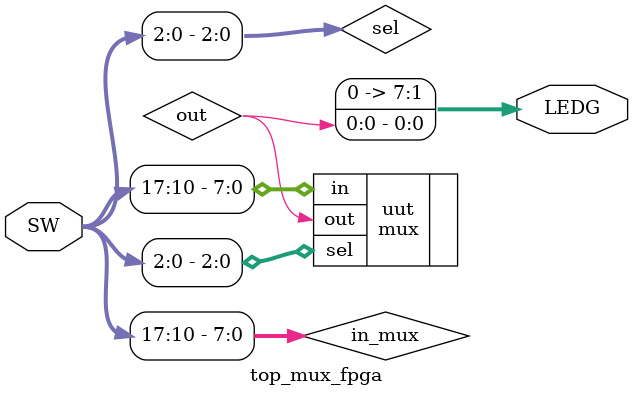
<source format=v>
/*Este modulo se debugea directamente en la FPGA para observar el "multiplexor"
esta haciendo uso del archivo mux.v*/

/*This module is part from fpga functionaly working for the main module
	the parameter to take account is the channels section and instances
Was did by: Team14: Alonso Emmanuel Lopez Macias & Cesar Eduardo Inda Ceniceros
*/
module top_mux_fpga(
    input  wire [17:0] SW,
    output wire [7:0] LEDG
);

    wire [7:0] in_mux = SW[17:10];
    wire [2:0] sel = SW[2:0];
    wire out;

    mux #(.WIDTH(1), .CHANNELS(8)) uut (
        .in(in_mux),
        .sel(sel),
        .out(out)
    );

    assign LEDG[0] = out;
    assign LEDG[7:1] = 7'b0;

endmodule
</source>
